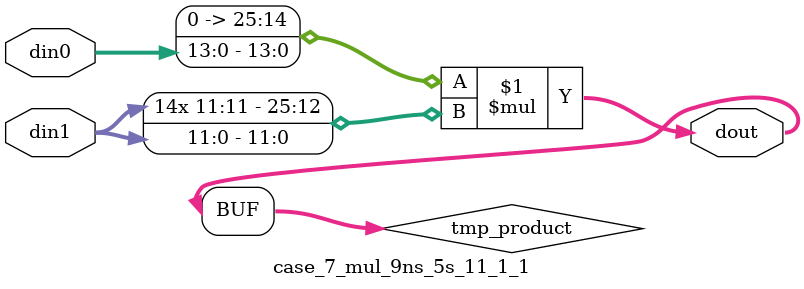
<source format=v>

`timescale 1 ns / 1 ps

 (* use_dsp = "no" *)  module case_7_mul_9ns_5s_11_1_1(din0, din1, dout);
parameter ID = 1;
parameter NUM_STAGE = 0;
parameter din0_WIDTH = 14;
parameter din1_WIDTH = 12;
parameter dout_WIDTH = 26;

input [din0_WIDTH - 1 : 0] din0; 
input [din1_WIDTH - 1 : 0] din1; 
output [dout_WIDTH - 1 : 0] dout;

wire signed [dout_WIDTH - 1 : 0] tmp_product;

























assign tmp_product = $signed({1'b0, din0}) * $signed(din1);










assign dout = tmp_product;





















endmodule

</source>
